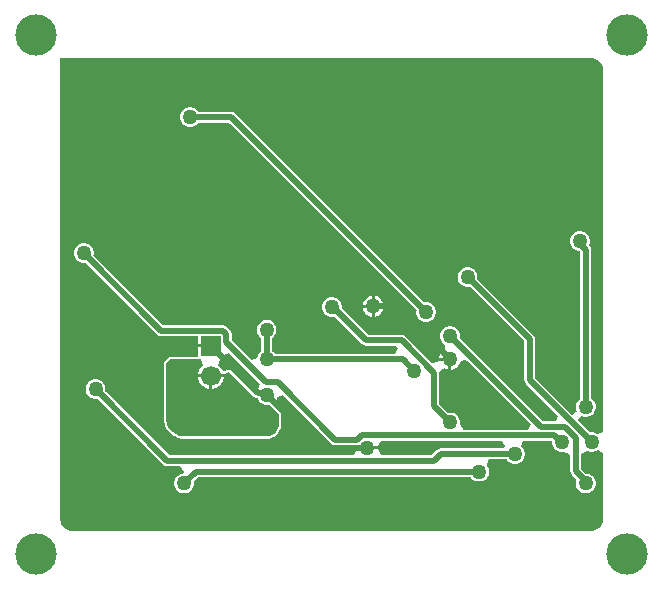
<source format=gbl>
G04*
G04 #@! TF.GenerationSoftware,Altium Limited,Altium Designer,25.2.1 (25)*
G04*
G04 Layer_Physical_Order=2*
G04 Layer_Color=16711680*
%FSLAX44Y44*%
%MOMM*%
G71*
G04*
G04 #@! TF.SameCoordinates,F4E26A61-E02E-48EF-B3E5-39454B4B8AAE*
G04*
G04*
G04 #@! TF.FilePolarity,Positive*
G04*
G01*
G75*
%ADD27C,0.5000*%
%ADD28R,1.7000X1.7000*%
%ADD29C,1.7000*%
%ADD30C,3.5000*%
%ADD31C,1.2700*%
G36*
X839139Y774372D02*
X837213Y769808D01*
X833161Y768671D01*
X831631Y768774D01*
X814764Y785641D01*
X814473Y785836D01*
X814192Y786044D01*
X814144Y786056D01*
X814102Y786083D01*
X813759Y786152D01*
X813419Y786236D01*
X813371Y786229D01*
X813322Y786239D01*
X812979Y786170D01*
X812633Y786119D01*
X812282Y785993D01*
X808944Y785391D01*
X805962Y787497D01*
X804007Y789452D01*
X805377Y794435D01*
X806188Y795410D01*
X808600D01*
Y798379D01*
X813219Y800292D01*
X839139Y774372D01*
D02*
G37*
G36*
X1122917Y1049616D02*
X1124737Y1048862D01*
X1126375Y1047767D01*
X1127767Y1046375D01*
X1128862Y1044737D01*
X1129616Y1042917D01*
X1130000Y1040985D01*
Y1040000D01*
Y733880D01*
X1125127Y731682D01*
X1123223Y732781D01*
X1121099Y733350D01*
X1118901D01*
X1118492Y733240D01*
X1108251Y743481D01*
X1111097Y747190D01*
X1111097Y747190D01*
X1111097D01*
X1112631Y746895D01*
X1113901Y746650D01*
X1116099Y746650D01*
X1118223Y747219D01*
X1120127Y748318D01*
X1121682Y749873D01*
X1122781Y751777D01*
X1123350Y753901D01*
Y756099D01*
X1122781Y758223D01*
X1121682Y760127D01*
X1120127Y761682D01*
X1119588Y761993D01*
Y887916D01*
X1119239Y889672D01*
X1118244Y891161D01*
X1117725Y891680D01*
X1117781Y891777D01*
X1118350Y893901D01*
Y896099D01*
X1117781Y898223D01*
X1116682Y900127D01*
X1115127Y901682D01*
X1113223Y902781D01*
X1111099Y903350D01*
X1108901D01*
X1106777Y902781D01*
X1104873Y901682D01*
X1103318Y900127D01*
X1102219Y898223D01*
X1101650Y896099D01*
Y893901D01*
X1102219Y891777D01*
X1103318Y889873D01*
X1104873Y888318D01*
X1106777Y887219D01*
X1108901Y886650D01*
X1109778D01*
X1110412Y886016D01*
Y761993D01*
X1109873Y761682D01*
X1108318Y760127D01*
X1107219Y758223D01*
X1106650Y756099D01*
Y753901D01*
X1107219Y751777D01*
X1107815Y750745D01*
X1107210Y750280D01*
X1107102Y750198D01*
X1103814Y747674D01*
X1072088Y779400D01*
Y812500D01*
X1071739Y814256D01*
X1070744Y815744D01*
X1023189Y863300D01*
X1023350Y863901D01*
Y866099D01*
X1022781Y868223D01*
X1021682Y870127D01*
X1020127Y871682D01*
X1018223Y872781D01*
X1016099Y873350D01*
X1013901D01*
X1011777Y872781D01*
X1009873Y871682D01*
X1008318Y870127D01*
X1007219Y868223D01*
X1006650Y866099D01*
Y863901D01*
X1007219Y861777D01*
X1008318Y859873D01*
X1009873Y858318D01*
X1011777Y857219D01*
X1013901Y856650D01*
X1016099D01*
X1016700Y856811D01*
X1062912Y810600D01*
Y777500D01*
X1063261Y775744D01*
X1064256Y774256D01*
X1091454Y747057D01*
X1089540Y742438D01*
X1079051D01*
X1008189Y813300D01*
X1008350Y813901D01*
Y816099D01*
X1007781Y818223D01*
X1006682Y820127D01*
X1005127Y821682D01*
X1003223Y822781D01*
X1001099Y823350D01*
X998901D01*
X996777Y822781D01*
X994873Y821682D01*
X993318Y820127D01*
X992219Y818223D01*
X991650Y816099D01*
Y813901D01*
X992219Y811777D01*
X993318Y809873D01*
X994873Y808318D01*
X995254Y808098D01*
X995683Y806527D01*
X995607Y803555D01*
X995284Y802542D01*
X994541Y802114D01*
X992886Y800459D01*
X991716Y798431D01*
X991137Y796270D01*
X1000000D01*
Y795000D01*
X1001270D01*
Y786137D01*
X1003431Y786716D01*
X1005459Y787886D01*
X1007114Y789541D01*
X1008284Y791569D01*
X1008620Y792821D01*
X1011567Y794253D01*
X1013890Y794621D01*
X1068454Y740058D01*
X1066540Y735438D01*
X1011800D01*
X1010842Y736162D01*
X1008306Y740438D01*
X1008350Y740601D01*
Y742799D01*
X1007781Y744923D01*
X1006682Y746827D01*
X1005127Y748382D01*
X1003223Y749481D01*
X1001099Y750050D01*
X998901D01*
X998300Y749889D01*
X991099Y757090D01*
Y783834D01*
X990993Y784363D01*
X993313Y786667D01*
X993979Y787084D01*
X995062Y787586D01*
X996569Y786716D01*
X998730Y786137D01*
Y793730D01*
X990885D01*
X986482Y791782D01*
X985155Y791678D01*
X962408Y814425D01*
X960920Y815419D01*
X959164Y815768D01*
X930720D01*
X908350Y838139D01*
Y840249D01*
X907781Y842373D01*
X906682Y844277D01*
X905127Y845832D01*
X903223Y846931D01*
X901099Y847500D01*
X898901D01*
X896777Y846931D01*
X894873Y845832D01*
X893318Y844277D01*
X892219Y842373D01*
X891650Y840249D01*
Y838051D01*
X892219Y835927D01*
X893318Y834023D01*
X894873Y832468D01*
X896777Y831369D01*
X898901Y830800D01*
X901099D01*
X902371Y831141D01*
X925575Y807936D01*
X927064Y806941D01*
X928820Y806592D01*
X954738D01*
X956234Y804588D01*
X953726Y799588D01*
X851993D01*
X851682Y800127D01*
X850127Y801682D01*
X849502Y802042D01*
Y813229D01*
X849955Y813490D01*
X851510Y815045D01*
X852609Y816949D01*
X853178Y819073D01*
Y821271D01*
X852609Y823395D01*
X851510Y825299D01*
X849955Y826854D01*
X848051Y827953D01*
X845927Y828522D01*
X843729D01*
X841605Y827953D01*
X839701Y826854D01*
X838146Y825299D01*
X837047Y823395D01*
X836478Y821271D01*
Y819073D01*
X837047Y816949D01*
X838146Y815045D01*
X839701Y813490D01*
X840326Y813130D01*
Y801943D01*
X839873Y801682D01*
X838318Y800127D01*
X837219Y798223D01*
X836821Y796738D01*
X834760Y795623D01*
X831650Y794839D01*
X815148Y811340D01*
Y816814D01*
X814799Y818570D01*
X813804Y820058D01*
X811168Y822694D01*
X809680Y823689D01*
X807924Y824038D01*
X757450D01*
X698189Y883300D01*
X698350Y883901D01*
Y886099D01*
X697781Y888223D01*
X696682Y890127D01*
X695127Y891682D01*
X693223Y892781D01*
X691099Y893350D01*
X688901D01*
X686777Y892781D01*
X684873Y891682D01*
X683318Y890127D01*
X682219Y888223D01*
X681650Y886099D01*
Y883901D01*
X682219Y881777D01*
X683318Y879873D01*
X684873Y878318D01*
X686777Y877219D01*
X688901Y876650D01*
X691099D01*
X691700Y876811D01*
X752306Y816206D01*
X753794Y815211D01*
X755550Y814862D01*
X786520D01*
Y807720D01*
X797560D01*
Y805180D01*
X786520D01*
Y797039D01*
X764005D01*
X763225Y796884D01*
X761387Y796123D01*
X760726Y795681D01*
X759319Y794274D01*
X758877Y793613D01*
X758116Y791775D01*
X757961Y790995D01*
Y790000D01*
Y745000D01*
Y743523D01*
X758000Y743326D01*
Y743125D01*
X758576Y740227D01*
X758653Y740041D01*
X758692Y739844D01*
X759823Y737114D01*
X759935Y736947D01*
X760012Y736762D01*
X761653Y734305D01*
X761795Y734163D01*
X761907Y733996D01*
X763996Y731907D01*
X764163Y731795D01*
X764305Y731653D01*
X766762Y730012D01*
X766947Y729935D01*
X767114Y729823D01*
X769844Y728692D01*
X770041Y728653D01*
X770227Y728576D01*
X773125Y728000D01*
X773326D01*
X773523Y727961D01*
X845985D01*
X846182Y728000D01*
X846383D01*
X848315Y728384D01*
X848500Y728461D01*
X848697Y728500D01*
X850517Y729254D01*
X850684Y729366D01*
X850870Y729443D01*
X852507Y730537D01*
X852650Y730679D01*
X852817Y730791D01*
X854209Y732183D01*
X854321Y732350D01*
X854463Y732492D01*
X855557Y734130D01*
X855634Y734316D01*
X855746Y734483D01*
X856500Y736303D01*
X856539Y736500D01*
X856616Y736685D01*
X857000Y738617D01*
Y738818D01*
X857039Y739015D01*
Y748511D01*
X857039Y748511D01*
X856884Y749292D01*
X856442Y749953D01*
X856442Y749953D01*
X850232Y756163D01*
X850459Y757886D01*
X852114Y759541D01*
X853284Y761569D01*
X853620Y762821D01*
X856567Y764253D01*
X858890Y764621D01*
X899756Y723756D01*
X901244Y722761D01*
X903000Y722412D01*
X918332D01*
X920376Y717502D01*
X918419Y714314D01*
X917577Y713738D01*
X762750D01*
X708189Y768300D01*
X708350Y768901D01*
Y771099D01*
X707781Y773223D01*
X706682Y775127D01*
X705127Y776682D01*
X703223Y777781D01*
X701099Y778350D01*
X698901D01*
X696777Y777781D01*
X694873Y776682D01*
X693318Y775127D01*
X692219Y773223D01*
X691650Y771099D01*
Y768901D01*
X692219Y766777D01*
X693318Y764873D01*
X694873Y763318D01*
X696777Y762219D01*
X698901Y761650D01*
X701099D01*
X701700Y761811D01*
X757606Y705906D01*
X759094Y704911D01*
X760850Y704562D01*
X771649D01*
X774579Y699562D01*
X774324Y699107D01*
X773237Y698172D01*
X771777Y697781D01*
X769873Y696682D01*
X768318Y695127D01*
X767219Y693223D01*
X766650Y691099D01*
Y688901D01*
X767219Y686777D01*
X768318Y684873D01*
X769873Y683318D01*
X771777Y682219D01*
X773901Y681650D01*
X776099D01*
X778223Y682219D01*
X780127Y683318D01*
X781682Y684873D01*
X782781Y686777D01*
X783350Y688901D01*
Y691099D01*
X783189Y691700D01*
X786900Y695412D01*
X1018007D01*
X1018318Y694873D01*
X1019873Y693318D01*
X1021777Y692219D01*
X1023901Y691650D01*
X1026099D01*
X1028223Y692219D01*
X1030127Y693318D01*
X1031682Y694873D01*
X1032781Y696777D01*
X1033350Y698901D01*
Y701099D01*
X1032781Y703223D01*
X1031682Y705127D01*
X1031397Y705412D01*
X1033193Y710412D01*
X1048007D01*
X1048318Y709873D01*
X1049873Y708318D01*
X1051777Y707219D01*
X1053901Y706650D01*
X1056099D01*
X1058223Y707219D01*
X1060127Y708318D01*
X1061682Y709873D01*
X1062781Y711777D01*
X1063350Y713901D01*
Y716099D01*
X1062781Y718223D01*
X1061682Y720127D01*
X1060547Y721262D01*
X1060764Y723094D01*
X1062194Y726262D01*
X1086321D01*
X1086650Y725932D01*
Y723901D01*
X1087219Y721777D01*
X1088318Y719873D01*
X1089873Y718318D01*
X1091777Y717219D01*
X1093901Y716650D01*
X1096099D01*
X1096922Y716870D01*
X1100490Y714990D01*
X1101922Y713581D01*
Y700573D01*
X1102271Y698817D01*
X1103266Y697329D01*
X1107275Y693320D01*
X1107219Y693223D01*
X1106650Y691099D01*
Y688901D01*
X1107219Y686777D01*
X1108318Y684873D01*
X1109873Y683318D01*
X1111777Y682219D01*
X1113901Y681650D01*
X1116099D01*
X1118223Y682219D01*
X1120127Y683318D01*
X1121682Y684873D01*
X1122781Y686777D01*
X1123350Y688901D01*
Y691099D01*
X1122781Y693223D01*
X1121682Y695127D01*
X1120127Y696682D01*
X1118223Y697781D01*
X1116099Y698350D01*
X1115222D01*
X1111099Y702474D01*
Y715022D01*
X1112403Y716161D01*
X1116099Y717611D01*
X1116777Y717219D01*
X1118901Y716650D01*
X1121099D01*
X1123223Y717219D01*
X1125127Y718318D01*
X1130000Y716120D01*
Y660000D01*
Y659015D01*
X1129616Y657083D01*
X1128862Y655263D01*
X1127767Y653625D01*
X1126375Y652233D01*
X1124737Y651138D01*
X1122917Y650384D01*
X1120985Y650000D01*
X679015D01*
X677083Y650384D01*
X675263Y651138D01*
X673625Y652233D01*
X672233Y653625D01*
X671138Y655263D01*
X670384Y657083D01*
X670000Y659015D01*
Y660000D01*
Y1050000D01*
X1120985D01*
X1122917Y1049616D01*
D02*
G37*
G36*
X790982Y790000D02*
X790781Y789884D01*
X788726Y787829D01*
X787272Y785311D01*
X786520Y782503D01*
Y782320D01*
X797560D01*
X809211D01*
X810194Y783076D01*
X813322Y784199D01*
X834292Y763229D01*
X835781Y762234D01*
X837171Y761958D01*
X837219Y761777D01*
X838318Y759873D01*
X839873Y758318D01*
X841777Y757219D01*
X843901Y756650D01*
X846099D01*
X846700Y756811D01*
X855000Y748511D01*
Y739015D01*
X854616Y737083D01*
X853862Y735263D01*
X852767Y733625D01*
X851375Y732233D01*
X849737Y731138D01*
X847917Y730384D01*
X845985Y730000D01*
X773523D01*
X770625Y730576D01*
X767895Y731707D01*
X765438Y733349D01*
X763349Y735438D01*
X761707Y737895D01*
X760576Y740625D01*
X760000Y743523D01*
Y745000D01*
Y790000D01*
Y790995D01*
X760761Y792832D01*
X762168Y794239D01*
X764005Y795000D01*
X789642D01*
X790982Y790000D01*
D02*
G37*
G36*
X1047080Y721358D02*
X1047072Y721262D01*
X1045096Y719588D01*
X992136D01*
X990380Y719239D01*
X988892Y718244D01*
X984386Y713738D01*
X942423D01*
X941581Y714314D01*
X938870Y718730D01*
X930000D01*
Y721270D01*
X938870D01*
X941581Y725686D01*
X942423Y726262D01*
X1044069D01*
X1047080Y721358D01*
D02*
G37*
%LPC*%
G36*
X936270Y848863D02*
Y841270D01*
X943863D01*
X943284Y843431D01*
X942114Y845459D01*
X940459Y847114D01*
X938431Y848284D01*
X936270Y848863D01*
D02*
G37*
G36*
X933730D02*
X931569Y848284D01*
X929541Y847114D01*
X927886Y845459D01*
X926716Y843431D01*
X926137Y841270D01*
X933730D01*
Y848863D01*
D02*
G37*
G36*
X943863Y838730D02*
X936270D01*
Y831137D01*
X938431Y831716D01*
X940459Y832886D01*
X942114Y834541D01*
X943284Y836569D01*
X943863Y838730D01*
D02*
G37*
G36*
X933730D02*
X926137D01*
X926716Y836569D01*
X927886Y834541D01*
X929541Y832886D01*
X931569Y831716D01*
X933730Y831137D01*
Y838730D01*
D02*
G37*
G36*
X781099Y1008350D02*
X778901D01*
X776777Y1007781D01*
X774873Y1006682D01*
X773318Y1005127D01*
X772219Y1003223D01*
X771650Y1001099D01*
Y998901D01*
X772219Y996777D01*
X773318Y994873D01*
X774873Y993318D01*
X776777Y992219D01*
X778901Y991650D01*
X781099D01*
X783223Y992219D01*
X785127Y993318D01*
X786682Y994873D01*
X786993Y995412D01*
X813100D01*
X971811Y836700D01*
X971650Y836099D01*
Y833901D01*
X972219Y831777D01*
X973318Y829873D01*
X974873Y828318D01*
X976777Y827219D01*
X978901Y826650D01*
X981099D01*
X983223Y827219D01*
X985127Y828318D01*
X986682Y829873D01*
X987781Y831777D01*
X988350Y833901D01*
Y836099D01*
X987781Y838223D01*
X986682Y840127D01*
X985127Y841682D01*
X983223Y842781D01*
X981099Y843350D01*
X978901D01*
X978300Y843189D01*
X818244Y1003244D01*
X816756Y1004239D01*
X815000Y1004588D01*
X786993D01*
X786682Y1005127D01*
X785127Y1006682D01*
X783223Y1007781D01*
X781099Y1008350D01*
D02*
G37*
G36*
X808600Y779780D02*
X798830D01*
Y770010D01*
X799013D01*
X801821Y770762D01*
X804339Y772216D01*
X806394Y774271D01*
X807848Y776789D01*
X808600Y779597D01*
Y779780D01*
D02*
G37*
G36*
X796290D02*
X786520D01*
Y779597D01*
X787272Y776789D01*
X788726Y774271D01*
X790781Y772216D01*
X793299Y770762D01*
X796107Y770010D01*
X796290D01*
Y779780D01*
D02*
G37*
%LPD*%
D27*
X900850Y839150D02*
X928820Y811180D01*
X900000Y839150D02*
X900850D01*
X1115000Y690000D02*
Y692084D01*
X1106510Y700573D02*
X1115000Y692084D01*
X1106510Y700573D02*
Y728834D01*
X1099494Y735850D02*
X1106510Y728834D01*
X1099250Y735850D02*
X1099494D01*
X1097251Y737850D02*
X1099250Y735850D01*
X1077150Y737850D02*
X1097251D01*
X1000000Y815000D02*
X1077150Y737850D01*
X1102394Y742850D02*
X1120000Y725244D01*
Y725000D02*
Y725244D01*
X1067500Y777500D02*
X1102150Y742850D01*
X1102394D01*
X1088221Y730850D02*
X1094071Y725000D01*
X925506Y730850D02*
X1088221D01*
X1094071Y725000D02*
X1095000D01*
X1067500Y777500D02*
Y812500D01*
X1015000Y865000D02*
X1067500Y812500D01*
X959164Y811180D02*
X986510Y783834D01*
X960000Y795000D02*
X970000Y785000D01*
X986510Y755190D02*
Y783834D01*
X955000Y840000D02*
X1000000Y795000D01*
X935000Y840000D02*
X955000D01*
X921656Y727000D02*
X925506Y730850D01*
X986510Y755190D02*
X1000000Y741700D01*
X854150Y775850D02*
X903000Y727000D01*
X921656D01*
X928820Y811180D02*
X959164D01*
X775000Y690000D02*
X785000Y700000D01*
X1025000D01*
X700000Y770000D02*
X760850Y709150D01*
X986286D01*
X992136Y715000D01*
X1055000D01*
X755550Y819450D02*
X807924D01*
X690000Y885000D02*
X755550Y819450D01*
X810560Y809440D02*
Y816814D01*
X844150Y775850D02*
X854150D01*
X810560Y809440D02*
X844150Y775850D01*
X844914Y795086D02*
X845000Y795000D01*
X844828Y820172D02*
X844914Y820086D01*
X845000Y795000D02*
X960000D01*
X844914Y795086D02*
Y820086D01*
X807924Y819450D02*
X810560Y816814D01*
X780000Y1000000D02*
X815000D01*
X980000Y835000D01*
X1110000Y892916D02*
X1115000Y887916D01*
X1110000Y892916D02*
Y895000D01*
X1115000Y755000D02*
Y887916D01*
X845000Y765000D02*
X890000Y720000D01*
X930000D01*
X797560Y806450D02*
X837537Y766473D01*
X843527D01*
X845000Y765000D01*
D28*
X797560Y806450D02*
D03*
D29*
Y781050D02*
D03*
D30*
X1150000Y630000D02*
D03*
X650000D02*
D03*
Y1070000D02*
D03*
X1150000D02*
D03*
D31*
X900000Y839150D02*
D03*
X1115000Y690000D02*
D03*
X1000000Y815000D02*
D03*
X1120000Y725000D02*
D03*
X1015000Y865000D02*
D03*
X970000Y785000D02*
D03*
X1000000Y795000D02*
D03*
Y741700D02*
D03*
X775000Y690000D02*
D03*
X1025000Y700000D02*
D03*
X700000Y770000D02*
D03*
X1055000Y715000D02*
D03*
X845000Y795000D02*
D03*
X690000Y885000D02*
D03*
X1095000Y725000D02*
D03*
X780000Y1000000D02*
D03*
X980000Y835000D02*
D03*
X1110000Y895000D02*
D03*
X1115000Y755000D02*
D03*
X844828Y820172D02*
D03*
X930000Y720000D02*
D03*
X935000Y840000D02*
D03*
X845000Y765000D02*
D03*
M02*

</source>
